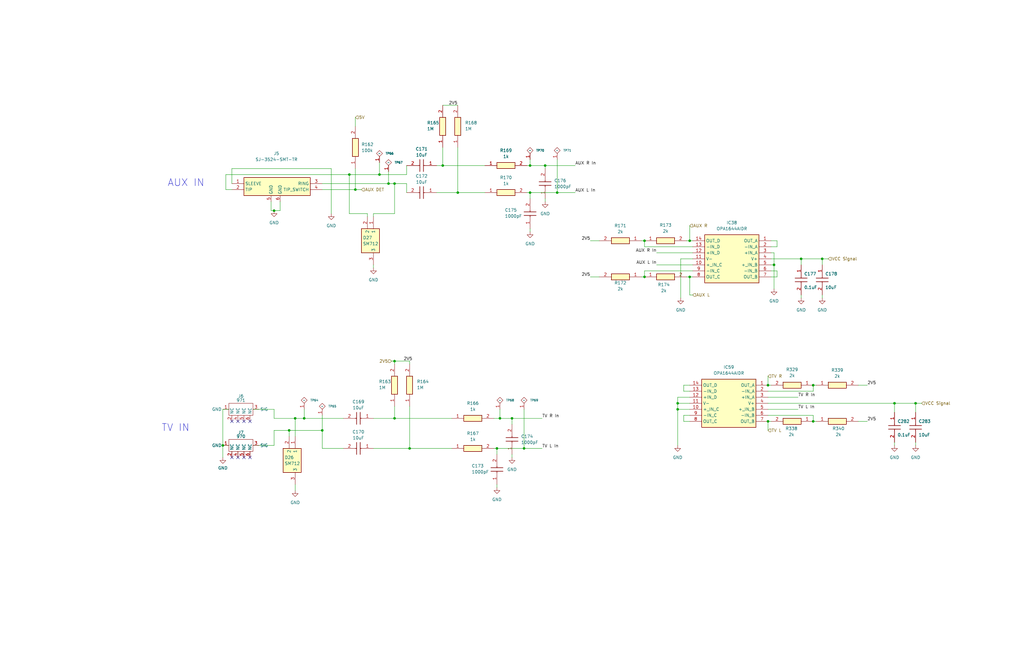
<source format=kicad_sch>
(kicad_sch (version 20231120) (generator "eeschema") (generator_version "8.0")
  (paper "B")
  (title_block (title "Audio System") (date "2025-02-06") (rev "P1") (company "Wolfe Engineering"))
  (junction (at 121.92 181.61))
  (junction (at 323.85 177.8))
  (junction (at 337.82 109.22))
  (junction (at 323.85 162.56))
  (junction (at 223.52 69.85))
  (junction (at 215.9 176.53))
  (junction (at 93.98 187.96))
  (junction (at 342.9 162.56))
  (junction (at 290.83 101.6))
  (junction (at 386.08 170.18))
  (junction (at 326.39 111.76))
  (junction (at 346.71 109.22))
  (junction (at 377.19 170.18))
  (junction (at 234.95 81.28))
  (junction (at 166.37 176.53))
  (junction (at 160.02 73.66))
  (junction (at 285.75 170.18))
  (junction (at 285.75 172.72))
  (junction (at 290.83 116.84))
  (junction (at 223.52 81.28))
  (junction (at 186.69 69.85))
  (junction (at 229.87 69.85))
  (junction (at 271.78 101.6))
  (junction (at 210.82 176.53))
  (junction (at 166.37 77.47))
  (junction (at 115.57 88.9))
  (junction (at 128.27 176.53))
  (junction (at 342.9 177.8))
  (junction (at 172.72 189.23))
  (junction (at 149.86 80.01))
  (junction (at 193.04 81.28))
  (junction (at 135.89 181.61))
  (junction (at 271.78 116.84))
  (junction (at 124.46 176.53))
  (junction (at 220.98 189.23))
  (junction (at 147.32 73.66))
  (junction (at 209.55 189.23))
  (junction (at 163.83 77.47))
  (junction (at 166.37 152.4))
  (no_connect (at 102.87 177.8))
  (no_connect (at 102.87 193.04))
  (no_connect (at 97.79 193.04))
  (no_connect (at 100.33 193.04))
  (no_connect (at 97.79 177.8))
  (no_connect (at 105.41 193.04))
  (no_connect (at 105.41 177.8))
  (no_connect (at 100.33 177.8))
  (wire (pts (xy 124.46 176.53) (xy 124.46 184.15)))
  (wire (pts (xy 115.57 172.72) (xy 115.57 176.53)))
  (wire (pts (xy 270.51 116.84) (xy 271.78 116.84)))
  (wire (pts (xy 147.32 73.66) (xy 147.32 90.17)))
  (wire (pts (xy 337.82 109.22) (xy 337.82 111.76)))
  (wire (pts (xy 223.52 83.82) (xy 223.52 81.28)))
  (wire (pts (xy 171.45 73.66) (xy 171.45 69.85)))
  (wire (pts (xy 342.9 177.8) (xy 344.17 177.8)))
  (wire (pts (xy 323.85 167.64) (xy 336.55 167.64)))
  (wire (pts (xy 337.82 124.46) (xy 337.82 125.73)))
  (wire (pts (xy 157.48 176.53) (xy 166.37 176.53)))
  (wire (pts (xy 154.94 90.17) (xy 154.94 91.44)))
  (wire (pts (xy 171.45 81.28) (xy 171.45 77.47)))
  (wire (pts (xy 115.57 88.9) (xy 118.11 88.9)))
  (wire (pts (xy 95.25 80.01) (xy 95.25 73.66)))
  (wire (pts (xy 248.92 116.84) (xy 252.73 116.84)))
  (wire (pts (xy 149.86 49.53) (xy 149.86 53.34)))
  (wire (pts (xy 325.12 106.68) (xy 326.39 106.68)))
  (wire (pts (xy 186.69 44.45) (xy 193.04 44.45)))
  (wire (pts (xy 160.02 73.66) (xy 171.45 73.66)))
  (wire (pts (xy 172.72 189.23) (xy 190.5 189.23)))
  (wire (pts (xy 184.15 81.28) (xy 193.04 81.28)))
  (wire (pts (xy 288.29 177.8) (xy 290.83 177.8)))
  (wire (pts (xy 326.39 106.68) (xy 326.39 111.76)))
  (wire (pts (xy 342.9 162.56) (xy 342.9 165.1)))
  (wire (pts (xy 290.83 165.1) (xy 288.29 165.1)))
  (wire (pts (xy 96.52 172.72) (xy 93.98 172.72)))
  (wire (pts (xy 276.86 106.68) (xy 292.1 106.68)))
  (wire (pts (xy 223.52 81.28) (xy 234.95 81.28)))
  (wire (pts (xy 163.83 77.47) (xy 166.37 77.47)))
  (wire (pts (xy 323.85 162.56) (xy 325.12 162.56)))
  (wire (pts (xy 223.52 81.28) (xy 222.25 81.28)))
  (wire (pts (xy 289.56 116.84) (xy 290.83 116.84)))
  (wire (pts (xy 323.85 172.72) (xy 336.55 172.72)))
  (wire (pts (xy 220.98 172.72) (xy 220.98 189.23)))
  (wire (pts (xy 323.85 181.61) (xy 323.85 177.8)))
  (wire (pts (xy 93.98 187.96) (xy 93.98 193.04)))
  (wire (pts (xy 234.95 81.28) (xy 242.57 81.28)))
  (wire (pts (xy 325.12 109.22) (xy 337.82 109.22)))
  (wire (pts (xy 290.83 95.25) (xy 290.83 101.6)))
  (wire (pts (xy 115.57 181.61) (xy 121.92 181.61)))
  (wire (pts (xy 234.95 67.31) (xy 234.95 81.28)))
  (wire (pts (xy 223.52 96.52) (xy 223.52 97.79)))
  (wire (pts (xy 193.04 81.28) (xy 204.47 81.28)))
  (wire (pts (xy 223.52 67.31) (xy 223.52 69.85)))
  (wire (pts (xy 327.66 101.6) (xy 325.12 101.6)))
  (wire (pts (xy 147.32 73.66) (xy 160.02 73.66)))
  (wire (pts (xy 135.89 80.01) (xy 149.86 80.01)))
  (wire (pts (xy 208.28 176.53) (xy 210.82 176.53)))
  (wire (pts (xy 172.72 152.4) (xy 172.72 153.67)))
  (wire (pts (xy 115.57 176.53) (xy 124.46 176.53)))
  (wire (pts (xy 184.15 69.85) (xy 186.69 69.85)))
  (wire (pts (xy 229.87 69.85) (xy 229.87 71.12)))
  (wire (pts (xy 166.37 77.47) (xy 171.45 77.47)))
  (wire (pts (xy 166.37 171.45) (xy 166.37 176.53)))
  (wire (pts (xy 292.1 124.46) (xy 290.83 124.46)))
  (wire (pts (xy 193.04 62.23) (xy 193.04 81.28)))
  (wire (pts (xy 124.46 204.47) (xy 124.46 207.01)))
  (wire (pts (xy 149.86 80.01) (xy 152.4 80.01)))
  (wire (pts (xy 106.68 172.72) (xy 115.57 172.72)))
  (wire (pts (xy 325.12 111.76) (xy 326.39 111.76)))
  (wire (pts (xy 323.85 170.18) (xy 377.19 170.18)))
  (wire (pts (xy 285.75 170.18) (xy 285.75 172.72)))
  (wire (pts (xy 289.56 101.6) (xy 290.83 101.6)))
  (wire (pts (xy 157.48 90.17) (xy 166.37 90.17)))
  (wire (pts (xy 285.75 172.72) (xy 285.75 187.96)))
  (wire (pts (xy 157.48 111.76) (xy 157.48 113.03)))
  (wire (pts (xy 97.79 80.01) (xy 95.25 80.01)))
  (wire (pts (xy 252.73 101.6) (xy 248.92 101.6)))
  (wire (pts (xy 128.27 176.53) (xy 144.78 176.53)))
  (wire (pts (xy 292.1 109.22) (xy 287.02 109.22)))
  (wire (pts (xy 186.69 62.23) (xy 186.69 69.85)))
  (wire (pts (xy 166.37 77.47) (xy 166.37 90.17)))
  (wire (pts (xy 346.71 124.46) (xy 346.71 125.73)))
  (wire (pts (xy 292.1 111.76) (xy 276.86 111.76)))
  (wire (pts (xy 290.83 167.64) (xy 285.75 167.64)))
  (wire (pts (xy 325.12 104.14) (xy 327.66 104.14)))
  (wire (pts (xy 323.85 177.8) (xy 325.12 177.8)))
  (wire (pts (xy 327.66 114.3) (xy 327.66 116.84)))
  (wire (pts (xy 323.85 175.26) (xy 342.9 175.26)))
  (wire (pts (xy 147.32 90.17) (xy 154.94 90.17)))
  (wire (pts (xy 223.52 69.85) (xy 229.87 69.85)))
  (wire (pts (xy 165.1 152.4) (xy 166.37 152.4)))
  (wire (pts (xy 229.87 69.85) (xy 242.57 69.85)))
  (wire (pts (xy 209.55 189.23) (xy 220.98 189.23)))
  (wire (pts (xy 386.08 170.18) (xy 386.08 173.99)))
  (wire (pts (xy 271.78 104.14) (xy 271.78 101.6)))
  (wire (pts (xy 290.83 124.46) (xy 290.83 116.84)))
  (wire (pts (xy 361.95 162.56) (xy 365.76 162.56)))
  (wire (pts (xy 325.12 114.3) (xy 327.66 114.3)))
  (wire (pts (xy 288.29 165.1) (xy 288.29 162.56)))
  (wire (pts (xy 118.11 85.09) (xy 118.11 88.9)))
  (wire (pts (xy 114.3 85.09) (xy 114.3 88.9)))
  (wire (pts (xy 290.83 116.84) (xy 292.1 116.84)))
  (wire (pts (xy 95.25 73.66) (xy 147.32 73.66)))
  (wire (pts (xy 361.95 177.8) (xy 365.76 177.8)))
  (wire (pts (xy 285.75 170.18) (xy 290.83 170.18)))
  (wire (pts (xy 186.69 69.85) (xy 204.47 69.85)))
  (wire (pts (xy 229.87 83.82) (xy 229.87 85.09)))
  (wire (pts (xy 377.19 186.69) (xy 377.19 187.96)))
  (wire (pts (xy 135.89 181.61) (xy 135.89 189.23)))
  (wire (pts (xy 215.9 191.77) (xy 215.9 193.04)))
  (wire (pts (xy 166.37 152.4) (xy 172.72 152.4)))
  (wire (pts (xy 285.75 167.64) (xy 285.75 170.18)))
  (wire (pts (xy 386.08 170.18) (xy 388.62 170.18)))
  (wire (pts (xy 326.39 111.76) (xy 326.39 121.92)))
  (wire (pts (xy 222.25 69.85) (xy 223.52 69.85)))
  (wire (pts (xy 327.66 104.14) (xy 327.66 101.6)))
  (wire (pts (xy 135.89 175.26) (xy 135.89 181.61)))
  (wire (pts (xy 157.48 189.23) (xy 172.72 189.23)))
  (wire (pts (xy 342.9 165.1) (xy 323.85 165.1)))
  (wire (pts (xy 172.72 171.45) (xy 172.72 189.23)))
  (wire (pts (xy 270.51 101.6) (xy 271.78 101.6)))
  (wire (pts (xy 344.17 162.56) (xy 342.9 162.56)))
  (wire (pts (xy 209.55 191.77) (xy 209.55 189.23)))
  (wire (pts (xy 210.82 172.72) (xy 210.82 176.53)))
  (wire (pts (xy 323.85 158.75) (xy 323.85 162.56)))
  (wire (pts (xy 346.71 109.22) (xy 349.25 109.22)))
  (wire (pts (xy 97.79 77.47) (xy 97.79 71.12)))
  (wire (pts (xy 292.1 114.3) (xy 271.78 114.3)))
  (wire (pts (xy 287.02 109.22) (xy 287.02 125.73)))
  (wire (pts (xy 139.7 71.12) (xy 139.7 90.17)))
  (wire (pts (xy 377.19 170.18) (xy 386.08 170.18)))
  (wire (pts (xy 220.98 189.23) (xy 228.6 189.23)))
  (wire (pts (xy 128.27 172.72) (xy 128.27 176.53)))
  (wire (pts (xy 115.57 187.96) (xy 115.57 181.61)))
  (wire (pts (xy 215.9 176.53) (xy 228.6 176.53)))
  (wire (pts (xy 135.89 189.23) (xy 144.78 189.23)))
  (wire (pts (xy 288.29 175.26) (xy 288.29 177.8)))
  (wire (pts (xy 149.86 71.12) (xy 149.86 80.01)))
  (wire (pts (xy 337.82 109.22) (xy 346.71 109.22)))
  (wire (pts (xy 290.83 101.6) (xy 292.1 101.6)))
  (wire (pts (xy 327.66 116.84) (xy 325.12 116.84)))
  (wire (pts (xy 342.9 175.26) (xy 342.9 177.8)))
  (wire (pts (xy 215.9 176.53) (xy 215.9 179.07)))
  (wire (pts (xy 271.78 114.3) (xy 271.78 116.84)))
  (wire (pts (xy 97.79 71.12) (xy 139.7 71.12)))
  (wire (pts (xy 166.37 176.53) (xy 190.5 176.53)))
  (wire (pts (xy 290.83 172.72) (xy 285.75 172.72)))
  (wire (pts (xy 163.83 72.39) (xy 163.83 77.47)))
  (wire (pts (xy 157.48 90.17) (xy 157.48 91.44)))
  (wire (pts (xy 121.92 181.61) (xy 135.89 181.61)))
  (wire (pts (xy 386.08 186.69) (xy 386.08 187.96)))
  (wire (pts (xy 292.1 104.14) (xy 271.78 104.14)))
  (wire (pts (xy 114.3 88.9) (xy 115.57 88.9)))
  (wire (pts (xy 290.83 175.26) (xy 288.29 175.26)))
  (wire (pts (xy 96.52 187.96) (xy 93.98 187.96)))
  (wire (pts (xy 128.27 176.53) (xy 124.46 176.53)))
  (wire (pts (xy 121.92 181.61) (xy 121.92 184.15)))
  (wire (pts (xy 106.68 187.96) (xy 115.57 187.96)))
  (wire (pts (xy 160.02 68.58) (xy 160.02 73.66)))
  (wire (pts (xy 209.55 204.47) (xy 209.55 205.74)))
  (wire (pts (xy 166.37 152.4) (xy 166.37 153.67)))
  (wire (pts (xy 93.98 172.72) (xy 93.98 187.96)))
  (wire (pts (xy 377.19 170.18) (xy 377.19 173.99)))
  (wire (pts (xy 346.71 109.22) (xy 346.71 111.76)))
  (wire (pts (xy 135.89 77.47) (xy 163.83 77.47)))
  (wire (pts (xy 210.82 176.53) (xy 215.9 176.53)))
  (wire (pts (xy 288.29 162.56) (xy 290.83 162.56)))
  (wire (pts (xy 209.55 189.23) (xy 208.28 189.23)))
  (text "AUX IN" (at 70.612 78.994 0) (effects (font (size 3 3)) (justify left bottom)))
  (text "TV IN" (at 68.072 182.372 0) (effects (font (size 3 3)) (justify left bottom)))
  (label "2V5" (at 170.18 152.4 0))
  (label "AUX L In" (at 276.86 111.76 180))
  (label "2V5" (at 248.92 101.6 180))
  (label "2V5" (at 365.76 177.8 0))
  (label "2V5" (at 248.92 116.84 180))
  (label "TV R In" (at 336.55 167.64 0))
  (label "TV L In" (at 336.55 172.72 0))
  (label "TV R In" (at 228.6 176.53 0))
  (label "AUX R In" (at 242.57 69.85 0))
  (label "2V5" (at 365.76 162.56 0))
  (label "AUX L In" (at 242.57 81.28 0))
  (label "2V5" (at 189.23 44.45 0))
  (label "TV L In" (at 228.6 189.23 0))
  (label "AUX R In" (at 276.86 106.68 180))
  (hierarchical_label "AUX R" (shape input) (at 290.83 95.25 0))
  (hierarchical_label "TV L" (shape input) (at 323.85 181.61 0))
  (hierarchical_label "5V" (shape input) (at 149.86 49.53 0))
  (hierarchical_label "2V5" (shape input) (at 165.1 152.4 180))
  (hierarchical_label "VCC Signal" (shape input) (at 349.25 109.22 0))
  (hierarchical_label "AUX L" (shape input) (at 292.1 124.46 0))
  (hierarchical_label "TV R" (shape input) (at 323.85 158.75 0))
  (hierarchical_label "AUX DET" (shape input) (at 152.4 80.01 0))
  (hierarchical_label "VCC Signal" (shape input) (at 388.62 170.18 0))
  (symbol (lib_id "Audio System:GRM21BR61C106KE15K") (at 157.48 176.53 180) (unit 1)
    (property "Reference" "C169" (at 151.13 169.545 0))
    (property "Value" "10uF" (at 151.13 172.085 0))
    (property "Footprint" "1 Audio Amp:CAPC2012X145N" (effects (hide yes)))
    (property "Datasheet" "http://www.murata.com/~/media/webrenewal/support/library/catalog/products/capacitor/mlcc/c02e.pdf" (effects (hide yes)))
    (property "Height" "1.45" (effects (hide yes)))
    (property "Manufacturer_Name" "Murata Electronics" (effects (hide yes)))
    (property "Manufacturer_Part_Number" "GRM21BR61C106KE15K" (effects (hide yes)))
    (property "Mouser Part Number" "81-GRM21BR61C106KE5K" (effects (hide yes)))
    (property "Mouser Price/Stock" "https://www.mouser.co.uk/ProductDetail/Murata-Electronics/GRM21BR61C106KE15K?qs=h0WOCFF19ULjTOS37upAEw%3D%3D" (effects (hide yes)))
    (property "Arrow Part Number" "GRM21BR61C106KE15K" (effects (hide yes)))
    (property "Arrow Price/Stock" "https://www.arrow.com/en/products/grm21br61c106ke15k/murata-manufacturing?utm_currency=USD&region=nac" (effects (hide yes)))
  )
  (symbol (lib_name "GND_6") (lib_id "power:GND") (at 287.02 125.73 0) (unit 1)
    (property "Reference" "#PWR0228" (effects (hide yes)))
    (property "Value" "GND" (at 287.02 130.81 0))
  )
  (symbol (lib_id "1 Audio Amp:RT0603FRD071ML") (at 166.37 171.45 90) (unit 1)
    (property "Reference" "R163" (at 159.766 161.036 90) (effects (justify right)))
    (property "Value" "1M" (at 159.766 163.576 90) (effects (justify right)))
    (property "Footprint" "RESC1608X55N" (effects (hide yes)))
    (property "Datasheet" "https://componentsearchengine.com/Datasheets/1/RT0603FRD071ML.pdf" (effects (hide yes)))
    (property "Description" "Thin Film Resistors - SMD 1M ohm 1% 25 ppm High-Precision" (effects (hide yes)))
    (property "Height" "0.55" (effects (hide yes)))
    (property "Manufacturer_Name" "KEMET" (effects (hide yes)))
    (property "Manufacturer_Part_Number" "RT0603FRD071ML" (effects (hide yes)))
    (property "Mouser Part Number" "603-RT0603FRD071ML" (effects (hide yes)))
    (property "Mouser Price/Stock" "https://www.mouser.co.uk/ProductDetail/Yageo/RT0603FRD071ML/?qs=TyBUSTk9pD%252Bwn0iyfLuUUw%3D%3D" (effects (hide yes)))
  )
  (symbol (lib_id "Audio System:GRM21BR61C106KE15K") (at 184.15 69.85 180) (unit 1)
    (property "Reference" "C171" (at 177.8 62.865 0))
    (property "Value" "10uF" (at 177.8 65.405 0))
    (property "Footprint" "1 Audio Amp:CAPC2012X145N" (effects (hide yes)))
    (property "Datasheet" "http://www.murata.com/~/media/webrenewal/support/library/catalog/products/capacitor/mlcc/c02e.pdf" (effects (hide yes)))
    (property "Height" "1.45" (effects (hide yes)))
    (property "Manufacturer_Name" "Murata Electronics" (effects (hide yes)))
    (property "Manufacturer_Part_Number" "GRM21BR61C106KE15K" (effects (hide yes)))
    (property "Mouser Part Number" "81-GRM21BR61C106KE5K" (effects (hide yes)))
    (property "Mouser Price/Stock" "https://www.mouser.co.uk/ProductDetail/Murata-Electronics/GRM21BR61C106KE15K?qs=h0WOCFF19ULjTOS37upAEw%3D%3D" (effects (hide yes)))
    (property "Arrow Part Number" "GRM21BR61C106KE15K" (effects (hide yes)))
    (property "Arrow Price/Stock" "https://www.arrow.com/en/products/grm21br61c106ke15k/murata-manufacturing?utm_currency=USD&region=nac" (effects (hide yes)))
  )
  (symbol (lib_id "Audio System:C0603C104M5RACTU") (at 377.19 173.99 270) (unit 1)
    (property "Reference" "C282" (at 378.46 177.8 90) (effects (justify left)))
    (property "Value" "0.1uF" (at 378.46 183.515 90) (effects (justify left)))
    (property "Footprint" "1 Audio Amp:C0603" (effects (hide yes)))
    (property "Datasheet" "https://content.kemet.com/datasheets/KEM_C1002_X7R_SMD.pdf" (effects (hide yes)))
    (property "Height" "0.87" (effects (hide yes)))
    (property "Manufacturer_Name" "KEMET" (effects (hide yes)))
    (property "Manufacturer_Part_Number" "C0603C104M5RACTU" (effects (hide yes)))
    (property "Mouser Part Number" "80-C0603C104M5R" (effects (hide yes)))
    (property "Mouser Price/Stock" "https://www.mouser.co.uk/ProductDetail/KEMET/C0603C104M5RACTU?qs=YkRtRX%252BfoqJT%252B0m410IP4A%3D%3D" (effects (hide yes)))
    (property "Arrow Part Number" "C0603C104M5RACTU" (effects (hide yes)))
    (property "Arrow Price/Stock" "https://www.arrow.com/en/products/c0603c104m5ractu/kemet-corporation?utm_currency=USD&region=nac" (effects (hide yes)))
  )
  (symbol (lib_name "GND_5") (lib_id "power:GND") (at 93.98 193.04 0) (unit 1)
    (property "Reference" "#PWR0220" (effects (hide yes)))
    (property "Value" "GND" (at 93.98 197.485 0))
  )
  (symbol (lib_id "1 Audio Amp:C0603C102K3GACTU") (at 229.87 83.82 90) (unit 1)
    (property "Reference" "C176" (at 233.68 76.1999 90) (effects (justify right)))
    (property "Value" "1000pF" (at 233.68 78.7399 90) (effects (justify right)))
    (property "Footprint" "CAPC1608X87N" (effects (hide yes)))
    (property "Datasheet" "https://content.kemet.com/datasheets/KEM_C1003_C0G_SMD.pdf" (effects (hide yes)))
    (property "Description" "SMD Comm C0G, Ceramic, 1000 pF, 10%, 25 VDC, 62.5 VDC, 125C, -55C, C0G, SMD, MLCC, Ultra-Stable, Low Loss, Class I, 0.1 % , 100 GOhms, 3.7 mg, 0603, 1.6mm, 0.8mm, 0.8mm, 0.7mm, 0.35mm, 4000, 78  Weeks, 120" (effects (hide yes)))
    (property "Height" "0.87" (effects (hide yes)))
    (property "Manufacturer_Name" "KEMET" (effects (hide yes)))
    (property "Manufacturer_Part_Number" "C0603C102K3GACTU" (effects (hide yes)))
    (property "Mouser Part Number" "80-C0603C102K3G" (effects (hide yes)))
    (property "Mouser Price/Stock" "https://www.mouser.co.uk/ProductDetail/KEMET/C0603C102K3GACTU?qs=WzS45ibvhQi32eNhok0ktg%3D%3D" (effects (hide yes)))
    (property "Arrow Part Number" "C0603C102K3GACTU" (effects (hide yes)))
    (property "Arrow Price/Stock" "https://www.arrow.com/en/products/c0603c102k3gactu/kemet-corporation?region=nac" (effects (hide yes)))
  )
  (symbol (lib_id "Audio System:ERA-3AEB202V") (at 270.51 116.84 180) (unit 1)
    (property "Reference" "R172" (at 261.62 119.38 0))
    (property "Value" "2k" (at 261.62 121.92 0))
    (property "Footprint" "1 Audio Amp:ERA3AEB101V" (effects (hide yes)))
    (property "Datasheet" "https://industrial.panasonic.com/cdbs/www-data/pdf/RDM0000/AOA0000C307.pdf" (effects (hide yes)))
    (property "Height" "0.55" (effects (hide yes)))
    (property "Manufacturer_Name" "Panasonic" (effects (hide yes)))
    (property "Manufacturer_Part_Number" "ERA-3AEB202V" (effects (hide yes)))
    (property "Mouser Part Number" "667-ERA-3AEB202V" (effects (hide yes)))
    (property "Mouser Price/Stock" "https://www.mouser.co.uk/ProductDetail/Panasonic/ERA-3AEB202V?qs=XhO1W%252B5LdJ9D9%2Fzvy31Isg%3D%3D" (effects (hide yes)))
  )
  (symbol (lib_id "Audio System:TP") (at 135.89 171.45 0) (unit 1) (exclude_from_sim yes) (in_bom no)
    (property "Reference" "TP65" (at 138.43 171.4499 0) (effects (font (size 0.9 0.9)) (justify left)))
    (property "Value" "~" (at 135.89 171.45 0))
    (property "Footprint" "1 Audio Amp:TP" (effects (hide yes)))
  )
  (symbol (lib_id "1 Audio Amp:RT0603FRD071ML") (at 193.04 62.23 90) (unit 1)
    (property "Reference" "R168" (at 196.088 51.816 90) (effects (justify right)))
    (property "Value" "1M" (at 196.088 54.356 90) (effects (justify right)))
    (property "Footprint" "RESC1608X55N" (effects (hide yes)))
    (property "Datasheet" "https://componentsearchengine.com/Datasheets/1/RT0603FRD071ML.pdf" (effects (hide yes)))
    (property "Description" "Thin Film Resistors - SMD 1M ohm 1% 25 ppm High-Precision" (effects (hide yes)))
    (property "Height" "0.55" (effects (hide yes)))
    (property "Manufacturer_Name" "KEMET" (effects (hide yes)))
    (property "Manufacturer_Part_Number" "RT0603FRD071ML" (effects (hide yes)))
    (property "Mouser Part Number" "603-RT0603FRD071ML" (effects (hide yes)))
    (property "Mouser Price/Stock" "https://www.mouser.co.uk/ProductDetail/Yageo/RT0603FRD071ML/?qs=TyBUSTk9pD%252Bwn0iyfLuUUw%3D%3D" (effects (hide yes)))
  )
  (symbol (lib_id "Audio System:SM712") (at 157.48 91.44 270) (unit 1)
    (property "Reference" "D27" (at 153.035 100.33 90) (effects (justify left)))
    (property "Value" "SM712" (at 153.035 102.87 90) (effects (justify left)))
    (property "Footprint" "1 Audio Amp:SOT95P237X120-3N" (effects (hide yes)))
    (property "Datasheet" "https://semtech.my.salesforce.com/sfc/p/E0000000JelG/a/440000001MKW/f6pBKheIN2CeR0DxWdS3THuJ7nh4aKYltSzghsLP5iw" (effects (hide yes)))
    (property "Height" "1.2" (effects (hide yes)))
    (property "Manufacturer_Name" "SEMTECH" (effects (hide yes)))
    (property "Manufacturer_Part_Number" "SM712" (effects (hide yes)))
  )
  (symbol (lib_id "Audio System:TP") (at 234.95 63.5 0) (unit 1) (exclude_from_sim yes) (in_bom no)
    (property "Reference" "TP71" (at 237.49 63.4999 0) (effects (font (size 0.9 0.9)) (justify left)))
    (property "Value" "~" (at 234.95 63.5 0))
    (property "Footprint" "1 Audio Amp:TP" (effects (hide yes)))
  )
  (symbol (lib_id "Audio System:TP") (at 220.98 168.91 0) (unit 1) (exclude_from_sim yes) (in_bom no)
    (property "Reference" "TP69" (at 223.52 168.9099 0) (effects (font (size 0.9 0.9)) (justify left)))
    (property "Value" "~" (at 220.98 168.91 0))
    (property "Footprint" "1 Audio Amp:TP" (effects (hide yes)))
  )
  (symbol (lib_id "Audio System:ERA-3AEB202V") (at 271.78 116.84 0) (unit 1)
    (property "Reference" "R174" (at 279.908 120.142 0))
    (property "Value" "2k" (at 279.908 122.682 0))
    (property "Footprint" "1 Audio Amp:ERA3AEB101V" (effects (hide yes)))
    (property "Datasheet" "https://industrial.panasonic.com/cdbs/www-data/pdf/RDM0000/AOA0000C307.pdf" (effects (hide yes)))
    (property "Height" "0.55" (effects (hide yes)))
    (property "Manufacturer_Name" "Panasonic" (effects (hide yes)))
    (property "Manufacturer_Part_Number" "ERA-3AEB202V" (effects (hide yes)))
    (property "Mouser Part Number" "667-ERA-3AEB202V" (effects (hide yes)))
    (property "Mouser Price/Stock" "https://www.mouser.co.uk/ProductDetail/Panasonic/ERA-3AEB202V?qs=XhO1W%252B5LdJ9D9%2Fzvy31Isg%3D%3D" (effects (hide yes)))
  )
  (symbol (lib_id "1 Audio Amp:C0603C102K3GACTU") (at 215.9 191.77 90) (unit 1)
    (property "Reference" "C174" (at 219.71 184.1499 90) (effects (justify right)))
    (property "Value" "1000pF" (at 219.71 186.6899 90) (effects (justify right)))
    (property "Footprint" "CAPC1608X87N" (effects (hide yes)))
    (property "Datasheet" "https://content.kemet.com/datasheets/KEM_C1003_C0G_SMD.pdf" (effects (hide yes)))
    (property "Description" "SMD Comm C0G, Ceramic, 1000 pF, 10%, 25 VDC, 62.5 VDC, 125C, -55C, C0G, SMD, MLCC, Ultra-Stable, Low Loss, Class I, 0.1 % , 100 GOhms, 3.7 mg, 0603, 1.6mm, 0.8mm, 0.8mm, 0.7mm, 0.35mm, 4000, 78  Weeks, 120" (effects (hide yes)))
    (property "Height" "0.87" (effects (hide yes)))
    (property "Manufacturer_Name" "KEMET" (effects (hide yes)))
    (property "Manufacturer_Part_Number" "C0603C102K3GACTU" (effects (hide yes)))
    (property "Mouser Part Number" "80-C0603C102K3G" (effects (hide yes)))
    (property "Mouser Price/Stock" "https://www.mouser.co.uk/ProductDetail/KEMET/C0603C102K3GACTU?qs=WzS45ibvhQi32eNhok0ktg%3D%3D" (effects (hide yes)))
    (property "Arrow Part Number" "C0603C102K3GACTU" (effects (hide yes)))
    (property "Arrow Price/Stock" "https://www.arrow.com/en/products/c0603c102k3gactu/kemet-corporation?region=nac" (effects (hide yes)))
  )
  (symbol (lib_id "1 Audio Amp:ERA-3AEB102V") (at 190.5 189.23 0) (unit 1)
    (property "Reference" "R167" (at 199.39 182.88 0))
    (property "Value" "1k" (at 199.39 185.42 0))
    (property "Footprint" "ERA3AEB101V" (effects (hide yes)))
    (property "Datasheet" "https://industrial.panasonic.com/cdbs/www-data/pdf/RDM0000/AOA0000C307.pdf" (effects (hide yes)))
    (property "Description" "Thin Film Resistors - SMD 0603 1/10W 1Kohms 0.1% 25ppm" (effects (hide yes)))
    (property "Height" "0.55" (effects (hide yes)))
    (property "Manufacturer_Name" "Panasonic" (effects (hide yes)))
    (property "Manufacturer_Part_Number" "ERA-3AEB102V" (effects (hide yes)))
    (property "Mouser Part Number" "667-ERA-3AEB102V" (effects (hide yes)))
    (property "Mouser Price/Stock" "https://www.mouser.co.uk/ProductDetail/Panasonic/ERA-3AEB102V?qs=1VWA5LkbEaoqrqE7i0E0xA%3D%3D" (effects (hide yes)))
    (property "Arrow Part Number" "ERA-3AEB102V" (effects (hide yes)))
    (property "Arrow Price/Stock" "https://www.arrow.com/en/products/era3aeb102v/panasonic?utm_currency=USD&region=europe" (effects (hide yes)))
  )
  (symbol (lib_id "1 Audio Amp:C0603C102K3GACTU") (at 209.55 204.47 90) (unit 1)
    (property "Reference" "C173" (at 198.882 196.596 90) (effects (justify right)))
    (property "Value" "1000pF" (at 198.882 199.136 90) (effects (justify right)))
    (property "Footprint" "CAPC1608X87N" (effects (hide yes)))
    (property "Datasheet" "https://content.kemet.com/datasheets/KEM_C1003_C0G_SMD.pdf" (effects (hide yes)))
    (property "Description" "SMD Comm C0G, Ceramic, 1000 pF, 10%, 25 VDC, 62.5 VDC, 125C, -55C, C0G, SMD, MLCC, Ultra-Stable, Low Loss, Class I, 0.1 % , 100 GOhms, 3.7 mg, 0603, 1.6mm, 0.8mm, 0.8mm, 0.7mm, 0.35mm, 4000, 78  Weeks, 120" (effects (hide yes)))
    (property "Height" "0.87" (effects (hide yes)))
    (property "Manufacturer_Name" "KEMET" (effects (hide yes)))
    (property "Manufacturer_Part_Number" "C0603C102K3GACTU" (effects (hide yes)))
    (property "Mouser Part Number" "80-C0603C102K3G" (effects (hide yes)))
    (property "Mouser Price/Stock" "https://www.mouser.co.uk/ProductDetail/KEMET/C0603C102K3GACTU?qs=WzS45ibvhQi32eNhok0ktg%3D%3D" (effects (hide yes)))
    (property "Arrow Part Number" "C0603C102K3GACTU" (effects (hide yes)))
    (property "Arrow Price/Stock" "https://www.arrow.com/en/products/c0603c102k3gactu/kemet-corporation?region=nac" (effects (hide yes)))
  )
  (symbol (lib_id "1 Audio Amp:RT0603FRD071ML") (at 186.69 62.23 90) (unit 1)
    (property "Reference" "R165" (at 180.086 51.816 90) (effects (justify right)))
    (property "Value" "1M" (at 180.086 54.356 90) (effects (justify right)))
    (property "Footprint" "RESC1608X55N" (effects (hide yes)))
    (property "Datasheet" "https://componentsearchengine.com/Datasheets/1/RT0603FRD071ML.pdf" (effects (hide yes)))
    (property "Description" "Thin Film Resistors - SMD 1M ohm 1% 25 ppm High-Precision" (effects (hide yes)))
    (property "Height" "0.55" (effects (hide yes)))
    (property "Manufacturer_Name" "KEMET" (effects (hide yes)))
    (property "Manufacturer_Part_Number" "RT0603FRD071ML" (effects (hide yes)))
    (property "Mouser Part Number" "603-RT0603FRD071ML" (effects (hide yes)))
    (property "Mouser Price/Stock" "https://www.mouser.co.uk/ProductDetail/Yageo/RT0603FRD071ML/?qs=TyBUSTk9pD%252Bwn0iyfLuUUw%3D%3D" (effects (hide yes)))
  )
  (symbol (lib_id "Audio System:TP") (at 163.83 68.58 0) (unit 1) (exclude_from_sim yes) (in_bom no)
    (property "Reference" "TP67" (at 166.37 68.5799 0) (effects (font (size 0.9 0.9)) (justify left)))
    (property "Value" "~" (at 163.83 68.58 0))
    (property "Footprint" "1 Audio Amp:TP" (effects (hide yes)))
  )
  (symbol (lib_id "1 Audio Amp:ERA-3AEB102V") (at 190.5 176.53 0) (unit 1)
    (property "Reference" "R166" (at 199.39 170.18 0))
    (property "Value" "1k" (at 199.39 172.72 0))
    (property "Footprint" "ERA3AEB101V" (effects (hide yes)))
    (property "Datasheet" "https://industrial.panasonic.com/cdbs/www-data/pdf/RDM0000/AOA0000C307.pdf" (effects (hide yes)))
    (property "Description" "Thin Film Resistors - SMD 0603 1/10W 1Kohms 0.1% 25ppm" (effects (hide yes)))
    (property "Height" "0.55" (effects (hide yes)))
    (property "Manufacturer_Name" "Panasonic" (effects (hide yes)))
    (property "Manufacturer_Part_Number" "ERA-3AEB102V" (effects (hide yes)))
    (property "Mouser Part Number" "667-ERA-3AEB102V" (effects (hide yes)))
    (property "Mouser Price/Stock" "https://www.mouser.co.uk/ProductDetail/Panasonic/ERA-3AEB102V?qs=1VWA5LkbEaoqrqE7i0E0xA%3D%3D" (effects (hide yes)))
    (property "Arrow Part Number" "ERA-3AEB102V" (effects (hide yes)))
    (property "Arrow Price/Stock" "https://www.arrow.com/en/products/era3aeb102v/panasonic?utm_currency=USD&region=europe" (effects (hide yes)))
  )
  (symbol (lib_id "1 Audio Amp:ERA-3AEB102V") (at 204.47 81.28 0) (unit 1)
    (property "Reference" "R170" (at 213.36 74.93 0))
    (property "Value" "1k" (at 213.36 77.47 0))
    (property "Footprint" "ERA3AEB101V" (effects (hide yes)))
    (property "Datasheet" "https://industrial.panasonic.com/cdbs/www-data/pdf/RDM0000/AOA0000C307.pdf" (effects (hide yes)))
    (property "Description" "Thin Film Resistors - SMD 0603 1/10W 1Kohms 0.1% 25ppm" (effects (hide yes)))
    (property "Height" "0.55" (effects (hide yes)))
    (property "Manufacturer_Name" "Panasonic" (effects (hide yes)))
    (property "Manufacturer_Part_Number" "ERA-3AEB102V" (effects (hide yes)))
    (property "Mouser Part Number" "667-ERA-3AEB102V" (effects (hide yes)))
    (property "Mouser Price/Stock" "https://www.mouser.co.uk/ProductDetail/Panasonic/ERA-3AEB102V?qs=1VWA5LkbEaoqrqE7i0E0xA%3D%3D" (effects (hide yes)))
    (property "Arrow Part Number" "ERA-3AEB102V" (effects (hide yes)))
    (property "Arrow Price/Stock" "https://www.arrow.com/en/products/era3aeb102v/panasonic?utm_currency=USD&region=europe" (effects (hide yes)))
  )
  (symbol (lib_id "1 Audio Amp:SJ-3524-SMT-TR") (at 97.79 77.47 0) (unit 1)
    (property "Reference" "J5" (at 116.586 64.77 0))
    (property "Value" "SJ-3524-SMT-TR" (at 116.586 67.31 0))
    (property "Footprint" "SJ-3524-SMT-TR" (effects (hide yes)))
    (property "Datasheet" "https://datasheet.datasheetarchive.com/originals/distributors/Datasheets-DGA1/151896.pdf" (effects (hide yes)))
    (property "Description" "Phone Connectors Audio Jacks" (effects (hide yes)))
    (property "Manufacturer_Name" "CUI Devices" (effects (hide yes)))
    (property "Manufacturer_Part_Number" "SJ-3524-SMT-TR" (effects (hide yes)))
    (property "Mouser Part Number" "490-SJ-3524-SMT-TR" (effects (hide yes)))
    (property "Mouser Price/Stock" "https://www.mouser.co.uk/ProductDetail/CUI-Devices/SJ-3524-SMT-TR?qs=WyjlAZoYn50%252B7OcNbxvx%252BA%3D%3D" (effects (hide yes)))
    (property "Arrow Part Number" "SJ-3524-SMT-TR" (effects (hide yes)))
    (property "Arrow Price/Stock" "https://www.arrow.com/en/products/sj-3524-smt-tr/cui-devices?region=nac" (effects (hide yes)))
  )
  (symbol (lib_name "GND_4") (lib_id "power:GND") (at 337.82 125.73 0) (unit 1)
    (property "Reference" "#PWR0229" (effects (hide yes)))
    (property "Value" "GND" (at 337.82 130.81 0))
  )
  (symbol (lib_id "Audio System:GRM21BR61H106KE43L") (at 386.08 173.99 270) (unit 1)
    (property "Reference" "C283" (at 387.35 177.8 90) (effects (justify left)))
    (property "Value" "10uF" (at 387.35 183.515 90) (effects (justify left)))
    (property "Footprint" "1 Audio Amp:GRM21x" (effects (hide yes)))
    (property "Datasheet" "https://search.murata.co.jp/Ceramy/image/img/A01X/G101/ENG/GRM21BR61H106KE43-01A.pdf" (effects (hide yes)))
    (property "Height" "1.25" (effects (hide yes)))
    (property "Manufacturer_Name" "Murata Electronics" (effects (hide yes)))
    (property "Manufacturer_Part_Number" "GRM21BR61H106KE43L" (effects (hide yes)))
    (property "Mouser Part Number" "81-GRM21BR61H106KE3L" (effects (hide yes)))
    (property "Mouser Price/Stock" "https://www.mouser.co.uk/ProductDetail/Murata-Electronics/GRM21BR61H106KE43L?qs=lYGu3FyN48cBZlIduWKclg%3D%3D" (effects (hide yes)))
    (property "Arrow Part Number" "GRM21BR61H106KE43L" (effects (hide yes)))
    (property "Arrow Price/Stock" "https://www.arrow.com/en/products/grm21br61h106ke43l/murata-manufacturing?region=nac" (effects (hide yes)))
  )
  (symbol (lib_name "GND_1") (lib_id "power:GND") (at 229.87 85.09 0) (unit 1)
    (property "Reference" "#PWR0227" (effects (hide yes)))
    (property "Value" "GND" (at 229.87 90.17 0))
  )
  (symbol (lib_id "1 Audio Amp:C0603C102K3GACTU") (at 223.52 96.52 90) (unit 1)
    (property "Reference" "C175" (at 212.852 88.646 90) (effects (justify right)))
    (property "Value" "1000pF" (at 212.852 91.186 90) (effects (justify right)))
    (property "Footprint" "CAPC1608X87N" (effects (hide yes)))
    (property "Datasheet" "https://content.kemet.com/datasheets/KEM_C1003_C0G_SMD.pdf" (effects (hide yes)))
    (property "Description" "SMD Comm C0G, Ceramic, 1000 pF, 10%, 25 VDC, 62.5 VDC, 125C, -55C, C0G, SMD, MLCC, Ultra-Stable, Low Loss, Class I, 0.1 % , 100 GOhms, 3.7 mg, 0603, 1.6mm, 0.8mm, 0.8mm, 0.7mm, 0.35mm, 4000, 78  Weeks, 120" (effects (hide yes)))
    (property "Height" "0.87" (effects (hide yes)))
    (property "Manufacturer_Name" "KEMET" (effects (hide yes)))
    (property "Manufacturer_Part_Number" "C0603C102K3GACTU" (effects (hide yes)))
    (property "Mouser Part Number" "80-C0603C102K3G" (effects (hide yes)))
    (property "Mouser Price/Stock" "https://www.mouser.co.uk/ProductDetail/KEMET/C0603C102K3GACTU?qs=WzS45ibvhQi32eNhok0ktg%3D%3D" (effects (hide yes)))
    (property "Arrow Part Number" "C0603C102K3GACTU" (effects (hide yes)))
    (property "Arrow Price/Stock" "https://www.arrow.com/en/products/c0603c102k3gactu/kemet-corporation?region=nac" (effects (hide yes)))
  )
  (symbol (lib_name "GND_4") (lib_id "power:GND") (at 285.75 187.96 0) (mirror y) (unit 1)
    (property "Reference" "#PWR0372" (effects (hide yes)))
    (property "Value" "GND" (at 285.75 193.04 0))
  )
  (symbol (lib_name "GND_2") (lib_id "power:GND") (at 115.57 88.9 0) (unit 1)
    (property "Reference" "#PWR052" (effects (hide yes)))
    (property "Value" "GND" (at 115.57 93.98 0))
  )
  (symbol (lib_name "GND_1") (lib_id "power:GND") (at 223.52 97.79 0) (unit 1)
    (property "Reference" "#PWR0226" (effects (hide yes)))
    (property "Value" "GND" (at 223.52 102.87 0))
  )
  (symbol (lib_name "GND_4") (lib_id "power:GND") (at 326.39 121.92 0) (unit 1)
    (property "Reference" "#PWR0371" (effects (hide yes)))
    (property "Value" "GND" (at 326.39 127 0))
  )
  (symbol (lib_name "GND_4") (lib_id "power:GND") (at 377.19 187.96 0) (unit 1)
    (property "Reference" "#PWR0236" (effects (hide yes)))
    (property "Value" "GND" (at 377.19 193.04 0))
  )
  (symbol (lib_id "1 Audio Amp:ERA-3AEB102V") (at 204.47 69.85 0) (unit 1)
    (property "Reference" "R169" (at 213.36 63.5 0))
    (property "Value" "1k" (at 213.36 66.04 0))
    (property "Footprint" "ERA3AEB101V" (effects (hide yes)))
    (property "Datasheet" "https://industrial.panasonic.com/cdbs/www-data/pdf/RDM0000/AOA0000C307.pdf" (effects (hide yes)))
    (property "Description" "Thin Film Resistors - SMD 0603 1/10W 1Kohms 0.1% 25ppm" (effects (hide yes)))
    (property "Height" "0.55" (effects (hide yes)))
    (property "Manufacturer_Name" "Panasonic" (effects (hide yes)))
    (property "Manufacturer_Part_Number" "ERA-3AEB102V" (effects (hide yes)))
    (property "Mouser Part Number" "667-ERA-3AEB102V" (effects (hide yes)))
    (property "Mouser Price/Stock" "https://www.mouser.co.uk/ProductDetail/Panasonic/ERA-3AEB102V?qs=1VWA5LkbEaoqrqE7i0E0xA%3D%3D" (effects (hide yes)))
    (property "Arrow Part Number" "ERA-3AEB102V" (effects (hide yes)))
    (property "Arrow Price/Stock" "https://www.arrow.com/en/products/era3aeb102v/panasonic?utm_currency=USD&region=europe" (effects (hide yes)))
  )
  (symbol (lib_id "Audio System:RC0805FR-07100KL") (at 149.86 71.12 90) (unit 1)
    (property "Reference" "R162" (at 152.4 60.96 90) (effects (justify right)))
    (property "Value" "100k" (at 152.4 63.5 90) (effects (justify right)))
    (property "Footprint" "1 Audio Amp:RESC2012X60N" (effects (hide yes)))
    (property "Datasheet" "https://4donline.ihs.com/images/VipMasterIC/IC/YAGO/YAGO-S-A0010774850/YAGO-S-A0010774850-1.pdf?hkey=6D3A4C79FDBF58556ACFDE234799DDF0" (effects (hide yes)))
    (property "Height" "0.6" (effects (hide yes)))
    (property "Manufacturer_Name" "YAGEO" (effects (hide yes)))
    (property "Manufacturer_Part_Number" "RC0805FR-07100KL" (effects (hide yes)))
    (property "Mouser Part Number" "603-RC0805FR-07100KL" (effects (hide yes)))
    (property "Mouser Price/Stock" "https://www.mouser.co.uk/ProductDetail/YAGEO/RC0805FR-07100KL?qs=8Y8p%252BasKcI7rEWn6FcVdAA%3D%3D" (effects (hide yes)))
    (property "Arrow Part Number" "RC0805FR-07100KL" (effects (hide yes)))
    (property "Arrow Price/Stock" "https://www.arrow.com/en/products/rc0805fr-07100kl/yageo?region=europe" (effects (hide yes)))
  )
  (symbol (lib_id "Audio System:GRM21BR61H106KE43L") (at 346.71 111.76 270) (unit 1)
    (property "Reference" "C178" (at 347.98 115.57 90) (effects (justify left)))
    (property "Value" "10uF" (at 347.98 121.285 90) (effects (justify left)))
    (property "Footprint" "1 Audio Amp:GRM21x" (effects (hide yes)))
    (property "Datasheet" "https://search.murata.co.jp/Ceramy/image/img/A01X/G101/ENG/GRM21BR61H106KE43-01A.pdf" (effects (hide yes)))
    (property "Height" "1.25" (effects (hide yes)))
    (property "Manufacturer_Name" "Murata Electronics" (effects (hide yes)))
    (property "Manufacturer_Part_Number" "GRM21BR61H106KE43L" (effects (hide yes)))
    (property "Mouser Part Number" "81-GRM21BR61H106KE3L" (effects (hide yes)))
    (property "Mouser Price/Stock" "https://www.mouser.co.uk/ProductDetail/Murata-Electronics/GRM21BR61H106KE43L?qs=lYGu3FyN48cBZlIduWKclg%3D%3D" (effects (hide yes)))
    (property "Arrow Part Number" "GRM21BR61H106KE43L" (effects (hide yes)))
    (property "Arrow Price/Stock" "https://www.arrow.com/en/products/grm21br61h106ke43l/murata-manufacturing?region=nac" (effects (hide yes)))
  )
  (symbol (lib_id "power:GND") (at 346.71 125.73 0) (unit 1)
    (property "Reference" "#PWR0230" (effects (hide yes)))
    (property "Value" "GND" (at 346.71 130.81 0))
  )
  (symbol (lib_id "Audio System:ERA-3AEB202V") (at 271.78 101.6 0) (unit 1)
    (property "Reference" "R173" (at 280.67 94.996 0))
    (property "Value" "2k" (at 280.67 97.536 0))
    (property "Footprint" "1 Audio Amp:ERA3AEB101V" (effects (hide yes)))
    (property "Datasheet" "https://industrial.panasonic.com/cdbs/www-data/pdf/RDM0000/AOA0000C307.pdf" (effects (hide yes)))
    (property "Height" "0.55" (effects (hide yes)))
    (property "Manufacturer_Name" "Panasonic" (effects (hide yes)))
    (property "Manufacturer_Part_Number" "ERA-3AEB202V" (effects (hide yes)))
    (property "Mouser Part Number" "667-ERA-3AEB202V" (effects (hide yes)))
    (property "Mouser Price/Stock" "https://www.mouser.co.uk/ProductDetail/Panasonic/ERA-3AEB202V?qs=XhO1W%252B5LdJ9D9%2Fzvy31Isg%3D%3D" (effects (hide yes)))
  )
  (symbol (lib_id "Audio System:TP") (at 160.02 64.77 0) (unit 1) (exclude_from_sim yes) (in_bom no)
    (property "Reference" "TP66" (at 162.56 64.7699 0) (effects (font (size 0.9 0.9)) (justify left)))
    (property "Value" "~" (at 160.02 64.77 0))
    (property "Footprint" "1 Audio Amp:TP" (effects (hide yes)))
  )
  (symbol (lib_name "GND_1") (lib_id "power:GND") (at 209.55 205.74 0) (unit 1)
    (property "Reference" "#PWR0224" (effects (hide yes)))
    (property "Value" "GND" (at 209.55 210.82 0))
  )
  (symbol (lib_id "Audio System:C0603C104M5RACTU") (at 337.82 111.76 270) (unit 1)
    (property "Reference" "C177" (at 339.09 115.57 90) (effects (justify left)))
    (property "Value" "0.1uF" (at 339.09 121.285 90) (effects (justify left)))
    (property "Footprint" "1 Audio Amp:C0603" (effects (hide yes)))
    (property "Datasheet" "https://content.kemet.com/datasheets/KEM_C1002_X7R_SMD.pdf" (effects (hide yes)))
    (property "Height" "0.87" (effects (hide yes)))
    (property "Manufacturer_Name" "KEMET" (effects (hide yes)))
    (property "Manufacturer_Part_Number" "C0603C104M5RACTU" (effects (hide yes)))
    (property "Mouser Part Number" "80-C0603C104M5R" (effects (hide yes)))
    (property "Mouser Price/Stock" "https://www.mouser.co.uk/ProductDetail/KEMET/C0603C104M5RACTU?qs=YkRtRX%252BfoqJT%252B0m410IP4A%3D%3D" (effects (hide yes)))
    (property "Arrow Part Number" "C0603C104M5RACTU" (effects (hide yes)))
    (property "Arrow Price/Stock" "https://www.arrow.com/en/products/c0603c104m5ractu/kemet-corporation?utm_currency=USD&region=nac" (effects (hide yes)))
  )
  (symbol (lib_id "Audio System:OPA1644AIDR") (at 325.12 101.6 0) (mirror y) (unit 1)
    (property "Reference" "IC38" (at 308.61 93.98 0))
    (property "Value" "OPA1644AIDR" (at 308.61 96.52 0))
    (property "Footprint" "1 Audio Amp:SOIC127P600X175-14N" (effects (hide yes)))
    (property "Datasheet" "http://componentsearchengine.com/Datasheets/1/OPA1644AIDR.pdf" (effects (hide yes)))
    (property "Height" "1.75" (effects (hide yes)))
    (property "Manufacturer_Name" "Texas Instruments" (effects (hide yes)))
    (property "Manufacturer_Part_Number" "OPA1644AIDR" (effects (hide yes)))
    (property "Mouser Part Number" "595-OPA1644AIDR" (effects (hide yes)))
    (property "Mouser Price/Stock" "https://www.mouser.co.uk/ProductDetail/Texas-Instruments/OPA1644AIDR?qs=%2Fqzd9s%252BcLd6xS3OL97VFEA%3D%3D" (effects (hide yes)))
    (property "Arrow Part Number" "OPA1644AIDR" (effects (hide yes)))
    (property "Arrow Price/Stock" "https://www.arrow.com/en/products/opa1644aidr/texas-instruments?region=nac" (effects (hide yes)))
  )
  (symbol (lib_id "Audio System:OPA1644AIDR") (at 323.85 162.56 0) (mirror y) (unit 1)
    (property "Reference" "IC59" (at 307.34 154.94 0))
    (property "Value" "OPA1644AIDR" (at 307.34 157.48 0))
    (property "Footprint" "1 Audio Amp:SOIC127P600X175-14N" (effects (hide yes)))
    (property "Datasheet" "http://componentsearchengine.com/Datasheets/1/OPA1644AIDR.pdf" (effects (hide yes)))
    (property "Height" "1.75" (effects (hide yes)))
    (property "Manufacturer_Name" "Texas Instruments" (effects (hide yes)))
    (property "Manufacturer_Part_Number" "OPA1644AIDR" (effects (hide yes)))
    (property "Mouser Part Number" "595-OPA1644AIDR" (effects (hide yes)))
    (property "Mouser Price/Stock" "https://www.mouser.co.uk/ProductDetail/Texas-Instruments/OPA1644AIDR?qs=%2Fqzd9s%252BcLd6xS3OL97VFEA%3D%3D" (effects (hide yes)))
    (property "Arrow Part Number" "OPA1644AIDR" (effects (hide yes)))
    (property "Arrow Price/Stock" "https://www.arrow.com/en/products/opa1644aidr/texas-instruments?region=nac" (effects (hide yes)))
  )
  (symbol (lib_id "Audio System:ERA-3AEB202V") (at 344.17 162.56 0) (mirror x) (unit 1)
    (property "Reference" "R339" (at 353.06 156.21 0))
    (property "Value" "2k" (at 353.06 158.75 0))
    (property "Footprint" "1 Audio Amp:ERA3AEB101V" (effects (hide yes)))
    (property "Datasheet" "https://industrial.panasonic.com/cdbs/www-data/pdf/RDM0000/AOA0000C307.pdf" (effects (hide yes)))
    (property "Height" "0.55" (effects (hide yes)))
    (property "Manufacturer_Name" "Panasonic" (effects (hide yes)))
    (property "Manufacturer_Part_Number" "ERA-3AEB202V" (effects (hide yes)))
    (property "Mouser Part Number" "667-ERA-3AEB202V" (effects (hide yes)))
    (property "Mouser Price/Stock" "https://www.mouser.co.uk/ProductDetail/Panasonic/ERA-3AEB202V?qs=XhO1W%252B5LdJ9D9%2Fzvy31Isg%3D%3D" (effects (hide yes)))
  )
  (symbol (lib_name "GND_3") (lib_id "power:GND") (at 124.46 207.01 0) (unit 1)
    (property "Reference" "#PWR0221" (effects (hide yes)))
    (property "Value" "GND" (at 124.46 212.09 0))
  )
  (symbol (lib_name "GND_2") (lib_id "power:GND") (at 139.7 90.17 0) (unit 1)
    (property "Reference" "#PWR0222" (effects (hide yes)))
    (property "Value" "GND" (at 139.7 95.25 0))
  )
  (symbol (lib_id "Audio System:ERA-3AEB202V") (at 342.9 177.8 0) (mirror y) (unit 1)
    (property "Reference" "R338" (at 333.756 180.848 0))
    (property "Value" "2k" (at 333.756 183.388 0))
    (property "Footprint" "1 Audio Amp:ERA3AEB101V" (effects (hide yes)))
    (property "Datasheet" "https://industrial.panasonic.com/cdbs/www-data/pdf/RDM0000/AOA0000C307.pdf" (effects (hide yes)))
    (property "Height" "0.55" (effects (hide yes)))
    (property "Manufacturer_Name" "Panasonic" (effects (hide yes)))
    (property "Manufacturer_Part_Number" "ERA-3AEB202V" (effects (hide yes)))
    (property "Mouser Part Number" "667-ERA-3AEB202V" (effects (hide yes)))
    (property "Mouser Price/Stock" "https://www.mouser.co.uk/ProductDetail/Panasonic/ERA-3AEB202V?qs=XhO1W%252B5LdJ9D9%2Fzvy31Isg%3D%3D" (effects (hide yes)))
  )
  (symbol (lib_id "Audio System:580") (at 101.6 184.15 0) (unit 1)
    (property "Reference" "J7" (at 101.6 182.499 0))
    (property "Value" "970" (at 101.6 184.15 0))
    (property "Footprint" "1 Audio Amp:Phono Jack" (effects (hide yes)))
    (property "Datasheet" "https://www.keyelco.com/userAssets/file/M65p106.pdf" (effects (hide yes)))
  )
  (symbol (lib_id "Audio System:TP") (at 128.27 168.91 0) (unit 1) (exclude_from_sim yes) (in_bom no)
    (property "Reference" "TP64" (at 130.81 168.9099 0) (effects (font (size 0.9 0.9)) (justify left)))
    (property "Value" "~" (at 128.27 168.91 0))
    (property "Footprint" "1 Audio Amp:TP" (effects (hide yes)))
  )
  (symbol (lib_name "580_1") (lib_id "Audio System:580") (at 101.6 168.91 0) (unit 1)
    (property "Reference" "J6" (at 101.6 167.132 0))
    (property "Value" "971" (at 101.6 168.91 0))
    (property "Footprint" "1 Audio Amp:Phono Jack" (effects (hide yes)))
    (property "Datasheet" "https://www.keyelco.com/userAssets/file/M65p106.pdf" (effects (hide yes)))
  )
  (symbol (lib_name "GND_1") (lib_id "power:GND") (at 157.48 113.03 0) (unit 1)
    (property "Reference" "#PWR0223" (effects (hide yes)))
    (property "Value" "GND" (at 157.48 118.11 0))
  )
  (symbol (lib_id "Audio System:ERA-3AEB202V") (at 344.17 177.8 0) (mirror x) (unit 1)
    (property "Reference" "R340" (at 353.568 180.848 0))
    (property "Value" "2k" (at 353.568 183.388 0))
    (property "Footprint" "1 Audio Amp:ERA3AEB101V" (effects (hide yes)))
    (property "Datasheet" "https://industrial.panasonic.com/cdbs/www-data/pdf/RDM0000/AOA0000C307.pdf" (effects (hide yes)))
    (property "Height" "0.55" (effects (hide yes)))
    (property "Manufacturer_Name" "Panasonic" (effects (hide yes)))
    (property "Manufacturer_Part_Number" "ERA-3AEB202V" (effects (hide yes)))
    (property "Mouser Part Number" "667-ERA-3AEB202V" (effects (hide yes)))
    (property "Mouser Price/Stock" "https://www.mouser.co.uk/ProductDetail/Panasonic/ERA-3AEB202V?qs=XhO1W%252B5LdJ9D9%2Fzvy31Isg%3D%3D" (effects (hide yes)))
  )
  (symbol (lib_name "GND_1") (lib_id "power:GND") (at 215.9 193.04 0) (unit 1)
    (property "Reference" "#PWR0225" (effects (hide yes)))
    (property "Value" "GND" (at 215.9 198.12 0))
  )
  (symbol (lib_id "Audio System:ERA-3AEB202V") (at 270.51 101.6 180) (unit 1)
    (property "Reference" "R171" (at 261.62 95.25 0))
    (property "Value" "2k" (at 261.62 97.79 0))
    (property "Footprint" "1 Audio Amp:ERA3AEB101V" (effects (hide yes)))
    (property "Datasheet" "https://industrial.panasonic.com/cdbs/www-data/pdf/RDM0000/AOA0000C307.pdf" (effects (hide yes)))
    (property "Height" "0.55" (effects (hide yes)))
    (property "Manufacturer_Name" "Panasonic" (effects (hide yes)))
    (property "Manufacturer_Part_Number" "ERA-3AEB202V" (effects (hide yes)))
    (property "Mouser Part Number" "667-ERA-3AEB202V" (effects (hide yes)))
    (property "Mouser Price/Stock" "https://www.mouser.co.uk/ProductDetail/Panasonic/ERA-3AEB202V?qs=XhO1W%252B5LdJ9D9%2Fzvy31Isg%3D%3D" (effects (hide yes)))
  )
  (symbol (lib_id "Audio System:TP") (at 210.82 168.91 0) (unit 1) (exclude_from_sim yes) (in_bom no)
    (property "Reference" "TP68" (at 213.36 168.9099 0) (effects (font (size 0.9 0.9)) (justify left)))
    (property "Value" "~" (at 210.82 168.91 0))
    (property "Footprint" "1 Audio Amp:TP" (effects (hide yes)))
  )
  (symbol (lib_id "Audio System:SM712") (at 124.46 184.15 270) (unit 1)
    (property "Reference" "D26" (at 120.015 193.04 90) (effects (justify left)))
    (property "Value" "SM712" (at 120.015 195.58 90) (effects (justify left)))
    (property "Footprint" "1 Audio Amp:SOT95P237X120-3N" (effects (hide yes)))
    (property "Datasheet" "https://semtech.my.salesforce.com/sfc/p/E0000000JelG/a/440000001MKW/f6pBKheIN2CeR0DxWdS3THuJ7nh4aKYltSzghsLP5iw" (effects (hide yes)))
    (property "Height" "1.2" (effects (hide yes)))
    (property "Manufacturer_Name" "SEMTECH" (effects (hide yes)))
    (property "Manufacturer_Part_Number" "SM712" (effects (hide yes)))
  )
  (symbol (lib_id "Audio System:ERA-3AEB202V") (at 342.9 162.56 0) (mirror y) (unit 1)
    (property "Reference" "R329" (at 334.01 155.956 0))
    (property "Value" "2k" (at 334.01 158.496 0))
    (property "Footprint" "1 Audio Amp:ERA3AEB101V" (effects (hide yes)))
    (property "Datasheet" "https://industrial.panasonic.com/cdbs/www-data/pdf/RDM0000/AOA0000C307.pdf" (effects (hide yes)))
    (property "Height" "0.55" (effects (hide yes)))
    (property "Manufacturer_Name" "Panasonic" (effects (hide yes)))
    (property "Manufacturer_Part_Number" "ERA-3AEB202V" (effects (hide yes)))
    (property "Mouser Part Number" "667-ERA-3AEB202V" (effects (hide yes)))
    (property "Mouser Price/Stock" "https://www.mouser.co.uk/ProductDetail/Panasonic/ERA-3AEB202V?qs=XhO1W%252B5LdJ9D9%2Fzvy31Isg%3D%3D" (effects (hide yes)))
  )
  (symbol (lib_id "Audio System:GRM21BR61C106KE15K") (at 157.48 189.23 180) (unit 1)
    (property "Reference" "C170" (at 151.13 182.245 0))
    (property "Value" "10uF" (at 151.13 184.785 0))
    (property "Footprint" "1 Audio Amp:CAPC2012X145N" (effects (hide yes)))
    (property "Datasheet" "http://www.murata.com/~/media/webrenewal/support/library/catalog/products/capacitor/mlcc/c02e.pdf" (effects (hide yes)))
    (property "Height" "1.45" (effects (hide yes)))
    (property "Manufacturer_Name" "Murata Electronics" (effects (hide yes)))
    (property "Manufacturer_Part_Number" "GRM21BR61C106KE15K" (effects (hide yes)))
    (property "Mouser Part Number" "81-GRM21BR61C106KE5K" (effects (hide yes)))
    (property "Mouser Price/Stock" "https://www.mouser.co.uk/ProductDetail/Murata-Electronics/GRM21BR61C106KE15K?qs=h0WOCFF19ULjTOS37upAEw%3D%3D" (effects (hide yes)))
    (property "Arrow Part Number" "GRM21BR61C106KE15K" (effects (hide yes)))
    (property "Arrow Price/Stock" "https://www.arrow.com/en/products/grm21br61c106ke15k/murata-manufacturing?utm_currency=USD&region=nac" (effects (hide yes)))
  )
  (symbol (lib_id "1 Audio Amp:RT0603FRD071ML") (at 172.72 171.45 90) (unit 1)
    (property "Reference" "R164" (at 175.768 161.036 90) (effects (justify right)))
    (property "Value" "1M" (at 175.768 163.576 90) (effects (justify right)))
    (property "Footprint" "RESC1608X55N" (effects (hide yes)))
    (property "Datasheet" "https://componentsearchengine.com/Datasheets/1/RT0603FRD071ML.pdf" (effects (hide yes)))
    (property "Description" "Thin Film Resistors - SMD 1M ohm 1% 25 ppm High-Precision" (effects (hide yes)))
    (property "Height" "0.55" (effects (hide yes)))
    (property "Manufacturer_Name" "KEMET" (effects (hide yes)))
    (property "Manufacturer_Part_Number" "RT0603FRD071ML" (effects (hide yes)))
    (property "Mouser Part Number" "603-RT0603FRD071ML" (effects (hide yes)))
    (property "Mouser Price/Stock" "https://www.mouser.co.uk/ProductDetail/Yageo/RT0603FRD071ML/?qs=TyBUSTk9pD%252Bwn0iyfLuUUw%3D%3D" (effects (hide yes)))
  )
  (symbol (lib_id "Audio System:GRM21BR61C106KE15K") (at 184.15 81.28 180) (unit 1)
    (property "Reference" "C172" (at 177.8 74.295 0))
    (property "Value" "10uF" (at 177.8 76.835 0))
    (property "Footprint" "1 Audio Amp:CAPC2012X145N" (effects (hide yes)))
    (property "Datasheet" "http://www.murata.com/~/media/webrenewal/support/library/catalog/products/capacitor/mlcc/c02e.pdf" (effects (hide yes)))
    (property "Height" "1.45" (effects (hide yes)))
    (property "Manufacturer_Name" "Murata Electronics" (effects (hide yes)))
    (property "Manufacturer_Part_Number" "GRM21BR61C106KE15K" (effects (hide yes)))
    (property "Mouser Part Number" "81-GRM21BR61C106KE5K" (effects (hide yes)))
    (property "Mouser Price/Stock" "https://www.mouser.co.uk/ProductDetail/Murata-Electronics/GRM21BR61C106KE15K?qs=h0WOCFF19ULjTOS37upAEw%3D%3D" (effects (hide yes)))
    (property "Arrow Part Number" "GRM21BR61C106KE15K" (effects (hide yes)))
    (property "Arrow Price/Stock" "https://www.arrow.com/en/products/grm21br61c106ke15k/murata-manufacturing?utm_currency=USD&region=nac" (effects (hide yes)))
  )
  (symbol (lib_id "power:GND") (at 386.08 187.96 0) (unit 1)
    (property "Reference" "#PWR0237" (effects (hide yes)))
    (property "Value" "GND" (at 386.08 193.04 0))
  )
  (symbol (lib_id "Audio System:TP") (at 223.52 63.5 0) (unit 1) (exclude_from_sim yes) (in_bom no)
    (property "Reference" "TP70" (at 226.06 63.4999 0) (effects (font (size 0.9 0.9)) (justify left)))
    (property "Value" "~" (at 223.52 63.5 0))
    (property "Footprint" "1 Audio Amp:TP" (effects (hide yes)))
  )
)
</source>
